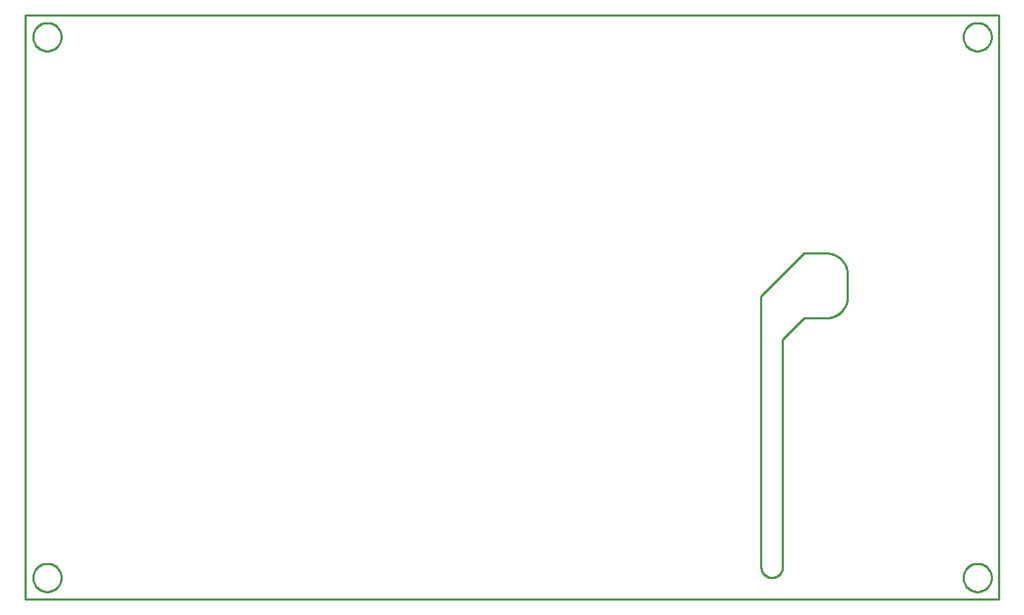
<source format=gko>
G04 EAGLE Gerber RS-274X export*
G75*
%MOMM*%
%FSLAX34Y34*%
%LPD*%
%IN*%
%IPPOS*%
%AMOC8*
5,1,8,0,0,1.08239X$1,22.5*%
G01*
%ADD10C,0.254000*%
%ADD11C,0.000000*%
%ADD12C,0.254000*%


D10*
X0Y0D02*
X0Y685800D01*
X1143000Y685800D01*
X1143000Y0D01*
X0Y0D01*
X889000Y38100D02*
X889000Y304800D01*
X914400Y330200D01*
X939800Y330200D01*
X965200Y355600D02*
X965200Y381000D01*
X939800Y406400D02*
X914400Y406400D01*
X863600Y355600D01*
X863600Y38100D01*
X863604Y37793D01*
X863615Y37486D01*
X863633Y37180D01*
X863659Y36874D01*
X863693Y36569D01*
X863733Y36265D01*
X863781Y35962D01*
X863837Y35660D01*
X863899Y35360D01*
X863969Y35061D01*
X864046Y34764D01*
X864130Y34468D01*
X864222Y34175D01*
X864320Y33885D01*
X864425Y33597D01*
X864538Y33311D01*
X864657Y33028D01*
X864783Y32748D01*
X864915Y32471D01*
X865055Y32198D01*
X865201Y31928D01*
X865353Y31662D01*
X865512Y31399D01*
X865677Y31140D01*
X865848Y30886D01*
X866025Y30635D01*
X866209Y30389D01*
X866398Y30147D01*
X866593Y29911D01*
X866794Y29678D01*
X867000Y29451D01*
X867212Y29229D01*
X867429Y29012D01*
X867651Y28800D01*
X867878Y28594D01*
X868111Y28393D01*
X868347Y28198D01*
X868589Y28009D01*
X868835Y27825D01*
X869086Y27648D01*
X869340Y27477D01*
X869599Y27312D01*
X869862Y27153D01*
X870128Y27001D01*
X870398Y26855D01*
X870671Y26715D01*
X870948Y26583D01*
X871228Y26457D01*
X871511Y26338D01*
X871797Y26225D01*
X872085Y26120D01*
X872375Y26022D01*
X872668Y25930D01*
X872964Y25846D01*
X873261Y25769D01*
X873560Y25699D01*
X873860Y25637D01*
X874162Y25581D01*
X874465Y25533D01*
X874769Y25493D01*
X875074Y25459D01*
X875380Y25433D01*
X875686Y25415D01*
X875993Y25404D01*
X876300Y25400D01*
X876607Y25404D01*
X876914Y25415D01*
X877220Y25433D01*
X877526Y25459D01*
X877831Y25493D01*
X878135Y25533D01*
X878438Y25581D01*
X878740Y25637D01*
X879040Y25699D01*
X879339Y25769D01*
X879636Y25846D01*
X879932Y25930D01*
X880225Y26022D01*
X880515Y26120D01*
X880803Y26225D01*
X881089Y26338D01*
X881372Y26457D01*
X881652Y26583D01*
X881929Y26715D01*
X882202Y26855D01*
X882472Y27001D01*
X882738Y27153D01*
X883001Y27312D01*
X883260Y27477D01*
X883514Y27648D01*
X883765Y27825D01*
X884011Y28009D01*
X884253Y28198D01*
X884489Y28393D01*
X884722Y28594D01*
X884949Y28800D01*
X885171Y29012D01*
X885388Y29229D01*
X885600Y29451D01*
X885806Y29678D01*
X886007Y29911D01*
X886202Y30147D01*
X886391Y30389D01*
X886575Y30635D01*
X886752Y30886D01*
X886923Y31140D01*
X887088Y31399D01*
X887247Y31662D01*
X887399Y31928D01*
X887545Y32198D01*
X887685Y32471D01*
X887817Y32748D01*
X887943Y33028D01*
X888062Y33311D01*
X888175Y33597D01*
X888280Y33885D01*
X888378Y34175D01*
X888470Y34468D01*
X888554Y34764D01*
X888631Y35061D01*
X888701Y35360D01*
X888763Y35660D01*
X888819Y35962D01*
X888867Y36265D01*
X888907Y36569D01*
X888941Y36874D01*
X888967Y37180D01*
X888985Y37486D01*
X888996Y37793D01*
X889000Y38100D01*
X965200Y381000D02*
X965193Y381614D01*
X965170Y382227D01*
X965133Y382840D01*
X965081Y383451D01*
X965015Y384062D01*
X964933Y384670D01*
X964837Y385276D01*
X964727Y385880D01*
X964602Y386481D01*
X964462Y387079D01*
X964308Y387673D01*
X964139Y388263D01*
X963957Y388849D01*
X963760Y389430D01*
X963549Y390007D01*
X963325Y390578D01*
X963087Y391144D01*
X962835Y391704D01*
X962569Y392257D01*
X962291Y392804D01*
X961999Y393344D01*
X961694Y393877D01*
X961376Y394402D01*
X961046Y394920D01*
X960704Y395429D01*
X960349Y395930D01*
X959982Y396422D01*
X959604Y396905D01*
X959214Y397379D01*
X958812Y397843D01*
X958400Y398298D01*
X957976Y398742D01*
X957542Y399176D01*
X957098Y399600D01*
X956643Y400012D01*
X956179Y400414D01*
X955705Y400804D01*
X955222Y401182D01*
X954730Y401549D01*
X954229Y401904D01*
X953720Y402246D01*
X953202Y402576D01*
X952677Y402894D01*
X952144Y403199D01*
X951604Y403491D01*
X951057Y403769D01*
X950504Y404035D01*
X949944Y404287D01*
X949378Y404525D01*
X948807Y404749D01*
X948230Y404960D01*
X947649Y405157D01*
X947063Y405339D01*
X946473Y405508D01*
X945879Y405662D01*
X945281Y405802D01*
X944680Y405927D01*
X944076Y406037D01*
X943470Y406133D01*
X942862Y406215D01*
X942251Y406281D01*
X941640Y406333D01*
X941027Y406370D01*
X940414Y406393D01*
X939800Y406400D01*
X965200Y355600D02*
X965193Y354986D01*
X965170Y354373D01*
X965133Y353760D01*
X965081Y353149D01*
X965015Y352538D01*
X964933Y351930D01*
X964837Y351324D01*
X964727Y350720D01*
X964602Y350119D01*
X964462Y349521D01*
X964308Y348927D01*
X964139Y348337D01*
X963957Y347751D01*
X963760Y347170D01*
X963549Y346593D01*
X963325Y346022D01*
X963087Y345456D01*
X962835Y344896D01*
X962569Y344343D01*
X962291Y343796D01*
X961999Y343256D01*
X961694Y342723D01*
X961376Y342198D01*
X961046Y341680D01*
X960704Y341171D01*
X960349Y340670D01*
X959982Y340178D01*
X959604Y339695D01*
X959214Y339221D01*
X958812Y338757D01*
X958400Y338302D01*
X957976Y337858D01*
X957542Y337424D01*
X957098Y337000D01*
X956643Y336588D01*
X956179Y336186D01*
X955705Y335796D01*
X955222Y335418D01*
X954730Y335051D01*
X954229Y334696D01*
X953720Y334354D01*
X953202Y334024D01*
X952677Y333706D01*
X952144Y333401D01*
X951604Y333109D01*
X951057Y332831D01*
X950504Y332565D01*
X949944Y332313D01*
X949378Y332075D01*
X948807Y331851D01*
X948230Y331640D01*
X947649Y331443D01*
X947063Y331261D01*
X946473Y331092D01*
X945879Y330938D01*
X945281Y330798D01*
X944680Y330673D01*
X944076Y330563D01*
X943470Y330467D01*
X942862Y330385D01*
X942251Y330319D01*
X941640Y330267D01*
X941027Y330230D01*
X940414Y330207D01*
X939800Y330200D01*
D11*
X8890Y660400D02*
X8895Y660805D01*
X8910Y661210D01*
X8935Y661615D01*
X8970Y662018D01*
X9014Y662421D01*
X9069Y662823D01*
X9133Y663223D01*
X9207Y663621D01*
X9291Y664017D01*
X9385Y664412D01*
X9488Y664803D01*
X9601Y665193D01*
X9723Y665579D01*
X9855Y665962D01*
X9996Y666342D01*
X10147Y666718D01*
X10306Y667091D01*
X10475Y667459D01*
X10653Y667823D01*
X10839Y668183D01*
X11035Y668538D01*
X11239Y668888D01*
X11451Y669233D01*
X11672Y669572D01*
X11902Y669907D01*
X12139Y670235D01*
X12384Y670557D01*
X12638Y670874D01*
X12898Y671184D01*
X13167Y671487D01*
X13443Y671784D01*
X13726Y672074D01*
X14016Y672357D01*
X14313Y672633D01*
X14616Y672902D01*
X14926Y673162D01*
X15243Y673416D01*
X15565Y673661D01*
X15893Y673898D01*
X16228Y674128D01*
X16567Y674349D01*
X16912Y674561D01*
X17262Y674765D01*
X17617Y674961D01*
X17977Y675147D01*
X18341Y675325D01*
X18709Y675494D01*
X19082Y675653D01*
X19458Y675804D01*
X19838Y675945D01*
X20221Y676077D01*
X20607Y676199D01*
X20997Y676312D01*
X21388Y676415D01*
X21783Y676509D01*
X22179Y676593D01*
X22577Y676667D01*
X22977Y676731D01*
X23379Y676786D01*
X23782Y676830D01*
X24185Y676865D01*
X24590Y676890D01*
X24995Y676905D01*
X25400Y676910D01*
X25805Y676905D01*
X26210Y676890D01*
X26615Y676865D01*
X27018Y676830D01*
X27421Y676786D01*
X27823Y676731D01*
X28223Y676667D01*
X28621Y676593D01*
X29017Y676509D01*
X29412Y676415D01*
X29803Y676312D01*
X30193Y676199D01*
X30579Y676077D01*
X30962Y675945D01*
X31342Y675804D01*
X31718Y675653D01*
X32091Y675494D01*
X32459Y675325D01*
X32823Y675147D01*
X33183Y674961D01*
X33538Y674765D01*
X33888Y674561D01*
X34233Y674349D01*
X34572Y674128D01*
X34907Y673898D01*
X35235Y673661D01*
X35557Y673416D01*
X35874Y673162D01*
X36184Y672902D01*
X36487Y672633D01*
X36784Y672357D01*
X37074Y672074D01*
X37357Y671784D01*
X37633Y671487D01*
X37902Y671184D01*
X38162Y670874D01*
X38416Y670557D01*
X38661Y670235D01*
X38898Y669907D01*
X39128Y669572D01*
X39349Y669233D01*
X39561Y668888D01*
X39765Y668538D01*
X39961Y668183D01*
X40147Y667823D01*
X40325Y667459D01*
X40494Y667091D01*
X40653Y666718D01*
X40804Y666342D01*
X40945Y665962D01*
X41077Y665579D01*
X41199Y665193D01*
X41312Y664803D01*
X41415Y664412D01*
X41509Y664017D01*
X41593Y663621D01*
X41667Y663223D01*
X41731Y662823D01*
X41786Y662421D01*
X41830Y662018D01*
X41865Y661615D01*
X41890Y661210D01*
X41905Y660805D01*
X41910Y660400D01*
X41905Y659995D01*
X41890Y659590D01*
X41865Y659185D01*
X41830Y658782D01*
X41786Y658379D01*
X41731Y657977D01*
X41667Y657577D01*
X41593Y657179D01*
X41509Y656783D01*
X41415Y656388D01*
X41312Y655997D01*
X41199Y655607D01*
X41077Y655221D01*
X40945Y654838D01*
X40804Y654458D01*
X40653Y654082D01*
X40494Y653709D01*
X40325Y653341D01*
X40147Y652977D01*
X39961Y652617D01*
X39765Y652262D01*
X39561Y651912D01*
X39349Y651567D01*
X39128Y651228D01*
X38898Y650893D01*
X38661Y650565D01*
X38416Y650243D01*
X38162Y649926D01*
X37902Y649616D01*
X37633Y649313D01*
X37357Y649016D01*
X37074Y648726D01*
X36784Y648443D01*
X36487Y648167D01*
X36184Y647898D01*
X35874Y647638D01*
X35557Y647384D01*
X35235Y647139D01*
X34907Y646902D01*
X34572Y646672D01*
X34233Y646451D01*
X33888Y646239D01*
X33538Y646035D01*
X33183Y645839D01*
X32823Y645653D01*
X32459Y645475D01*
X32091Y645306D01*
X31718Y645147D01*
X31342Y644996D01*
X30962Y644855D01*
X30579Y644723D01*
X30193Y644601D01*
X29803Y644488D01*
X29412Y644385D01*
X29017Y644291D01*
X28621Y644207D01*
X28223Y644133D01*
X27823Y644069D01*
X27421Y644014D01*
X27018Y643970D01*
X26615Y643935D01*
X26210Y643910D01*
X25805Y643895D01*
X25400Y643890D01*
X24995Y643895D01*
X24590Y643910D01*
X24185Y643935D01*
X23782Y643970D01*
X23379Y644014D01*
X22977Y644069D01*
X22577Y644133D01*
X22179Y644207D01*
X21783Y644291D01*
X21388Y644385D01*
X20997Y644488D01*
X20607Y644601D01*
X20221Y644723D01*
X19838Y644855D01*
X19458Y644996D01*
X19082Y645147D01*
X18709Y645306D01*
X18341Y645475D01*
X17977Y645653D01*
X17617Y645839D01*
X17262Y646035D01*
X16912Y646239D01*
X16567Y646451D01*
X16228Y646672D01*
X15893Y646902D01*
X15565Y647139D01*
X15243Y647384D01*
X14926Y647638D01*
X14616Y647898D01*
X14313Y648167D01*
X14016Y648443D01*
X13726Y648726D01*
X13443Y649016D01*
X13167Y649313D01*
X12898Y649616D01*
X12638Y649926D01*
X12384Y650243D01*
X12139Y650565D01*
X11902Y650893D01*
X11672Y651228D01*
X11451Y651567D01*
X11239Y651912D01*
X11035Y652262D01*
X10839Y652617D01*
X10653Y652977D01*
X10475Y653341D01*
X10306Y653709D01*
X10147Y654082D01*
X9996Y654458D01*
X9855Y654838D01*
X9723Y655221D01*
X9601Y655607D01*
X9488Y655997D01*
X9385Y656388D01*
X9291Y656783D01*
X9207Y657179D01*
X9133Y657577D01*
X9069Y657977D01*
X9014Y658379D01*
X8970Y658782D01*
X8935Y659185D01*
X8910Y659590D01*
X8895Y659995D01*
X8890Y660400D01*
X8890Y25400D02*
X8895Y25805D01*
X8910Y26210D01*
X8935Y26615D01*
X8970Y27018D01*
X9014Y27421D01*
X9069Y27823D01*
X9133Y28223D01*
X9207Y28621D01*
X9291Y29017D01*
X9385Y29412D01*
X9488Y29803D01*
X9601Y30193D01*
X9723Y30579D01*
X9855Y30962D01*
X9996Y31342D01*
X10147Y31718D01*
X10306Y32091D01*
X10475Y32459D01*
X10653Y32823D01*
X10839Y33183D01*
X11035Y33538D01*
X11239Y33888D01*
X11451Y34233D01*
X11672Y34572D01*
X11902Y34907D01*
X12139Y35235D01*
X12384Y35557D01*
X12638Y35874D01*
X12898Y36184D01*
X13167Y36487D01*
X13443Y36784D01*
X13726Y37074D01*
X14016Y37357D01*
X14313Y37633D01*
X14616Y37902D01*
X14926Y38162D01*
X15243Y38416D01*
X15565Y38661D01*
X15893Y38898D01*
X16228Y39128D01*
X16567Y39349D01*
X16912Y39561D01*
X17262Y39765D01*
X17617Y39961D01*
X17977Y40147D01*
X18341Y40325D01*
X18709Y40494D01*
X19082Y40653D01*
X19458Y40804D01*
X19838Y40945D01*
X20221Y41077D01*
X20607Y41199D01*
X20997Y41312D01*
X21388Y41415D01*
X21783Y41509D01*
X22179Y41593D01*
X22577Y41667D01*
X22977Y41731D01*
X23379Y41786D01*
X23782Y41830D01*
X24185Y41865D01*
X24590Y41890D01*
X24995Y41905D01*
X25400Y41910D01*
X25805Y41905D01*
X26210Y41890D01*
X26615Y41865D01*
X27018Y41830D01*
X27421Y41786D01*
X27823Y41731D01*
X28223Y41667D01*
X28621Y41593D01*
X29017Y41509D01*
X29412Y41415D01*
X29803Y41312D01*
X30193Y41199D01*
X30579Y41077D01*
X30962Y40945D01*
X31342Y40804D01*
X31718Y40653D01*
X32091Y40494D01*
X32459Y40325D01*
X32823Y40147D01*
X33183Y39961D01*
X33538Y39765D01*
X33888Y39561D01*
X34233Y39349D01*
X34572Y39128D01*
X34907Y38898D01*
X35235Y38661D01*
X35557Y38416D01*
X35874Y38162D01*
X36184Y37902D01*
X36487Y37633D01*
X36784Y37357D01*
X37074Y37074D01*
X37357Y36784D01*
X37633Y36487D01*
X37902Y36184D01*
X38162Y35874D01*
X38416Y35557D01*
X38661Y35235D01*
X38898Y34907D01*
X39128Y34572D01*
X39349Y34233D01*
X39561Y33888D01*
X39765Y33538D01*
X39961Y33183D01*
X40147Y32823D01*
X40325Y32459D01*
X40494Y32091D01*
X40653Y31718D01*
X40804Y31342D01*
X40945Y30962D01*
X41077Y30579D01*
X41199Y30193D01*
X41312Y29803D01*
X41415Y29412D01*
X41509Y29017D01*
X41593Y28621D01*
X41667Y28223D01*
X41731Y27823D01*
X41786Y27421D01*
X41830Y27018D01*
X41865Y26615D01*
X41890Y26210D01*
X41905Y25805D01*
X41910Y25400D01*
X41905Y24995D01*
X41890Y24590D01*
X41865Y24185D01*
X41830Y23782D01*
X41786Y23379D01*
X41731Y22977D01*
X41667Y22577D01*
X41593Y22179D01*
X41509Y21783D01*
X41415Y21388D01*
X41312Y20997D01*
X41199Y20607D01*
X41077Y20221D01*
X40945Y19838D01*
X40804Y19458D01*
X40653Y19082D01*
X40494Y18709D01*
X40325Y18341D01*
X40147Y17977D01*
X39961Y17617D01*
X39765Y17262D01*
X39561Y16912D01*
X39349Y16567D01*
X39128Y16228D01*
X38898Y15893D01*
X38661Y15565D01*
X38416Y15243D01*
X38162Y14926D01*
X37902Y14616D01*
X37633Y14313D01*
X37357Y14016D01*
X37074Y13726D01*
X36784Y13443D01*
X36487Y13167D01*
X36184Y12898D01*
X35874Y12638D01*
X35557Y12384D01*
X35235Y12139D01*
X34907Y11902D01*
X34572Y11672D01*
X34233Y11451D01*
X33888Y11239D01*
X33538Y11035D01*
X33183Y10839D01*
X32823Y10653D01*
X32459Y10475D01*
X32091Y10306D01*
X31718Y10147D01*
X31342Y9996D01*
X30962Y9855D01*
X30579Y9723D01*
X30193Y9601D01*
X29803Y9488D01*
X29412Y9385D01*
X29017Y9291D01*
X28621Y9207D01*
X28223Y9133D01*
X27823Y9069D01*
X27421Y9014D01*
X27018Y8970D01*
X26615Y8935D01*
X26210Y8910D01*
X25805Y8895D01*
X25400Y8890D01*
X24995Y8895D01*
X24590Y8910D01*
X24185Y8935D01*
X23782Y8970D01*
X23379Y9014D01*
X22977Y9069D01*
X22577Y9133D01*
X22179Y9207D01*
X21783Y9291D01*
X21388Y9385D01*
X20997Y9488D01*
X20607Y9601D01*
X20221Y9723D01*
X19838Y9855D01*
X19458Y9996D01*
X19082Y10147D01*
X18709Y10306D01*
X18341Y10475D01*
X17977Y10653D01*
X17617Y10839D01*
X17262Y11035D01*
X16912Y11239D01*
X16567Y11451D01*
X16228Y11672D01*
X15893Y11902D01*
X15565Y12139D01*
X15243Y12384D01*
X14926Y12638D01*
X14616Y12898D01*
X14313Y13167D01*
X14016Y13443D01*
X13726Y13726D01*
X13443Y14016D01*
X13167Y14313D01*
X12898Y14616D01*
X12638Y14926D01*
X12384Y15243D01*
X12139Y15565D01*
X11902Y15893D01*
X11672Y16228D01*
X11451Y16567D01*
X11239Y16912D01*
X11035Y17262D01*
X10839Y17617D01*
X10653Y17977D01*
X10475Y18341D01*
X10306Y18709D01*
X10147Y19082D01*
X9996Y19458D01*
X9855Y19838D01*
X9723Y20221D01*
X9601Y20607D01*
X9488Y20997D01*
X9385Y21388D01*
X9291Y21783D01*
X9207Y22179D01*
X9133Y22577D01*
X9069Y22977D01*
X9014Y23379D01*
X8970Y23782D01*
X8935Y24185D01*
X8910Y24590D01*
X8895Y24995D01*
X8890Y25400D01*
X1101090Y25400D02*
X1101095Y25805D01*
X1101110Y26210D01*
X1101135Y26615D01*
X1101170Y27018D01*
X1101214Y27421D01*
X1101269Y27823D01*
X1101333Y28223D01*
X1101407Y28621D01*
X1101491Y29017D01*
X1101585Y29412D01*
X1101688Y29803D01*
X1101801Y30193D01*
X1101923Y30579D01*
X1102055Y30962D01*
X1102196Y31342D01*
X1102347Y31718D01*
X1102506Y32091D01*
X1102675Y32459D01*
X1102853Y32823D01*
X1103039Y33183D01*
X1103235Y33538D01*
X1103439Y33888D01*
X1103651Y34233D01*
X1103872Y34572D01*
X1104102Y34907D01*
X1104339Y35235D01*
X1104584Y35557D01*
X1104838Y35874D01*
X1105098Y36184D01*
X1105367Y36487D01*
X1105643Y36784D01*
X1105926Y37074D01*
X1106216Y37357D01*
X1106513Y37633D01*
X1106816Y37902D01*
X1107126Y38162D01*
X1107443Y38416D01*
X1107765Y38661D01*
X1108093Y38898D01*
X1108428Y39128D01*
X1108767Y39349D01*
X1109112Y39561D01*
X1109462Y39765D01*
X1109817Y39961D01*
X1110177Y40147D01*
X1110541Y40325D01*
X1110909Y40494D01*
X1111282Y40653D01*
X1111658Y40804D01*
X1112038Y40945D01*
X1112421Y41077D01*
X1112807Y41199D01*
X1113197Y41312D01*
X1113588Y41415D01*
X1113983Y41509D01*
X1114379Y41593D01*
X1114777Y41667D01*
X1115177Y41731D01*
X1115579Y41786D01*
X1115982Y41830D01*
X1116385Y41865D01*
X1116790Y41890D01*
X1117195Y41905D01*
X1117600Y41910D01*
X1118005Y41905D01*
X1118410Y41890D01*
X1118815Y41865D01*
X1119218Y41830D01*
X1119621Y41786D01*
X1120023Y41731D01*
X1120423Y41667D01*
X1120821Y41593D01*
X1121217Y41509D01*
X1121612Y41415D01*
X1122003Y41312D01*
X1122393Y41199D01*
X1122779Y41077D01*
X1123162Y40945D01*
X1123542Y40804D01*
X1123918Y40653D01*
X1124291Y40494D01*
X1124659Y40325D01*
X1125023Y40147D01*
X1125383Y39961D01*
X1125738Y39765D01*
X1126088Y39561D01*
X1126433Y39349D01*
X1126772Y39128D01*
X1127107Y38898D01*
X1127435Y38661D01*
X1127757Y38416D01*
X1128074Y38162D01*
X1128384Y37902D01*
X1128687Y37633D01*
X1128984Y37357D01*
X1129274Y37074D01*
X1129557Y36784D01*
X1129833Y36487D01*
X1130102Y36184D01*
X1130362Y35874D01*
X1130616Y35557D01*
X1130861Y35235D01*
X1131098Y34907D01*
X1131328Y34572D01*
X1131549Y34233D01*
X1131761Y33888D01*
X1131965Y33538D01*
X1132161Y33183D01*
X1132347Y32823D01*
X1132525Y32459D01*
X1132694Y32091D01*
X1132853Y31718D01*
X1133004Y31342D01*
X1133145Y30962D01*
X1133277Y30579D01*
X1133399Y30193D01*
X1133512Y29803D01*
X1133615Y29412D01*
X1133709Y29017D01*
X1133793Y28621D01*
X1133867Y28223D01*
X1133931Y27823D01*
X1133986Y27421D01*
X1134030Y27018D01*
X1134065Y26615D01*
X1134090Y26210D01*
X1134105Y25805D01*
X1134110Y25400D01*
X1134105Y24995D01*
X1134090Y24590D01*
X1134065Y24185D01*
X1134030Y23782D01*
X1133986Y23379D01*
X1133931Y22977D01*
X1133867Y22577D01*
X1133793Y22179D01*
X1133709Y21783D01*
X1133615Y21388D01*
X1133512Y20997D01*
X1133399Y20607D01*
X1133277Y20221D01*
X1133145Y19838D01*
X1133004Y19458D01*
X1132853Y19082D01*
X1132694Y18709D01*
X1132525Y18341D01*
X1132347Y17977D01*
X1132161Y17617D01*
X1131965Y17262D01*
X1131761Y16912D01*
X1131549Y16567D01*
X1131328Y16228D01*
X1131098Y15893D01*
X1130861Y15565D01*
X1130616Y15243D01*
X1130362Y14926D01*
X1130102Y14616D01*
X1129833Y14313D01*
X1129557Y14016D01*
X1129274Y13726D01*
X1128984Y13443D01*
X1128687Y13167D01*
X1128384Y12898D01*
X1128074Y12638D01*
X1127757Y12384D01*
X1127435Y12139D01*
X1127107Y11902D01*
X1126772Y11672D01*
X1126433Y11451D01*
X1126088Y11239D01*
X1125738Y11035D01*
X1125383Y10839D01*
X1125023Y10653D01*
X1124659Y10475D01*
X1124291Y10306D01*
X1123918Y10147D01*
X1123542Y9996D01*
X1123162Y9855D01*
X1122779Y9723D01*
X1122393Y9601D01*
X1122003Y9488D01*
X1121612Y9385D01*
X1121217Y9291D01*
X1120821Y9207D01*
X1120423Y9133D01*
X1120023Y9069D01*
X1119621Y9014D01*
X1119218Y8970D01*
X1118815Y8935D01*
X1118410Y8910D01*
X1118005Y8895D01*
X1117600Y8890D01*
X1117195Y8895D01*
X1116790Y8910D01*
X1116385Y8935D01*
X1115982Y8970D01*
X1115579Y9014D01*
X1115177Y9069D01*
X1114777Y9133D01*
X1114379Y9207D01*
X1113983Y9291D01*
X1113588Y9385D01*
X1113197Y9488D01*
X1112807Y9601D01*
X1112421Y9723D01*
X1112038Y9855D01*
X1111658Y9996D01*
X1111282Y10147D01*
X1110909Y10306D01*
X1110541Y10475D01*
X1110177Y10653D01*
X1109817Y10839D01*
X1109462Y11035D01*
X1109112Y11239D01*
X1108767Y11451D01*
X1108428Y11672D01*
X1108093Y11902D01*
X1107765Y12139D01*
X1107443Y12384D01*
X1107126Y12638D01*
X1106816Y12898D01*
X1106513Y13167D01*
X1106216Y13443D01*
X1105926Y13726D01*
X1105643Y14016D01*
X1105367Y14313D01*
X1105098Y14616D01*
X1104838Y14926D01*
X1104584Y15243D01*
X1104339Y15565D01*
X1104102Y15893D01*
X1103872Y16228D01*
X1103651Y16567D01*
X1103439Y16912D01*
X1103235Y17262D01*
X1103039Y17617D01*
X1102853Y17977D01*
X1102675Y18341D01*
X1102506Y18709D01*
X1102347Y19082D01*
X1102196Y19458D01*
X1102055Y19838D01*
X1101923Y20221D01*
X1101801Y20607D01*
X1101688Y20997D01*
X1101585Y21388D01*
X1101491Y21783D01*
X1101407Y22179D01*
X1101333Y22577D01*
X1101269Y22977D01*
X1101214Y23379D01*
X1101170Y23782D01*
X1101135Y24185D01*
X1101110Y24590D01*
X1101095Y24995D01*
X1101090Y25400D01*
X1101090Y660400D02*
X1101095Y660805D01*
X1101110Y661210D01*
X1101135Y661615D01*
X1101170Y662018D01*
X1101214Y662421D01*
X1101269Y662823D01*
X1101333Y663223D01*
X1101407Y663621D01*
X1101491Y664017D01*
X1101585Y664412D01*
X1101688Y664803D01*
X1101801Y665193D01*
X1101923Y665579D01*
X1102055Y665962D01*
X1102196Y666342D01*
X1102347Y666718D01*
X1102506Y667091D01*
X1102675Y667459D01*
X1102853Y667823D01*
X1103039Y668183D01*
X1103235Y668538D01*
X1103439Y668888D01*
X1103651Y669233D01*
X1103872Y669572D01*
X1104102Y669907D01*
X1104339Y670235D01*
X1104584Y670557D01*
X1104838Y670874D01*
X1105098Y671184D01*
X1105367Y671487D01*
X1105643Y671784D01*
X1105926Y672074D01*
X1106216Y672357D01*
X1106513Y672633D01*
X1106816Y672902D01*
X1107126Y673162D01*
X1107443Y673416D01*
X1107765Y673661D01*
X1108093Y673898D01*
X1108428Y674128D01*
X1108767Y674349D01*
X1109112Y674561D01*
X1109462Y674765D01*
X1109817Y674961D01*
X1110177Y675147D01*
X1110541Y675325D01*
X1110909Y675494D01*
X1111282Y675653D01*
X1111658Y675804D01*
X1112038Y675945D01*
X1112421Y676077D01*
X1112807Y676199D01*
X1113197Y676312D01*
X1113588Y676415D01*
X1113983Y676509D01*
X1114379Y676593D01*
X1114777Y676667D01*
X1115177Y676731D01*
X1115579Y676786D01*
X1115982Y676830D01*
X1116385Y676865D01*
X1116790Y676890D01*
X1117195Y676905D01*
X1117600Y676910D01*
X1118005Y676905D01*
X1118410Y676890D01*
X1118815Y676865D01*
X1119218Y676830D01*
X1119621Y676786D01*
X1120023Y676731D01*
X1120423Y676667D01*
X1120821Y676593D01*
X1121217Y676509D01*
X1121612Y676415D01*
X1122003Y676312D01*
X1122393Y676199D01*
X1122779Y676077D01*
X1123162Y675945D01*
X1123542Y675804D01*
X1123918Y675653D01*
X1124291Y675494D01*
X1124659Y675325D01*
X1125023Y675147D01*
X1125383Y674961D01*
X1125738Y674765D01*
X1126088Y674561D01*
X1126433Y674349D01*
X1126772Y674128D01*
X1127107Y673898D01*
X1127435Y673661D01*
X1127757Y673416D01*
X1128074Y673162D01*
X1128384Y672902D01*
X1128687Y672633D01*
X1128984Y672357D01*
X1129274Y672074D01*
X1129557Y671784D01*
X1129833Y671487D01*
X1130102Y671184D01*
X1130362Y670874D01*
X1130616Y670557D01*
X1130861Y670235D01*
X1131098Y669907D01*
X1131328Y669572D01*
X1131549Y669233D01*
X1131761Y668888D01*
X1131965Y668538D01*
X1132161Y668183D01*
X1132347Y667823D01*
X1132525Y667459D01*
X1132694Y667091D01*
X1132853Y666718D01*
X1133004Y666342D01*
X1133145Y665962D01*
X1133277Y665579D01*
X1133399Y665193D01*
X1133512Y664803D01*
X1133615Y664412D01*
X1133709Y664017D01*
X1133793Y663621D01*
X1133867Y663223D01*
X1133931Y662823D01*
X1133986Y662421D01*
X1134030Y662018D01*
X1134065Y661615D01*
X1134090Y661210D01*
X1134105Y660805D01*
X1134110Y660400D01*
X1134105Y659995D01*
X1134090Y659590D01*
X1134065Y659185D01*
X1134030Y658782D01*
X1133986Y658379D01*
X1133931Y657977D01*
X1133867Y657577D01*
X1133793Y657179D01*
X1133709Y656783D01*
X1133615Y656388D01*
X1133512Y655997D01*
X1133399Y655607D01*
X1133277Y655221D01*
X1133145Y654838D01*
X1133004Y654458D01*
X1132853Y654082D01*
X1132694Y653709D01*
X1132525Y653341D01*
X1132347Y652977D01*
X1132161Y652617D01*
X1131965Y652262D01*
X1131761Y651912D01*
X1131549Y651567D01*
X1131328Y651228D01*
X1131098Y650893D01*
X1130861Y650565D01*
X1130616Y650243D01*
X1130362Y649926D01*
X1130102Y649616D01*
X1129833Y649313D01*
X1129557Y649016D01*
X1129274Y648726D01*
X1128984Y648443D01*
X1128687Y648167D01*
X1128384Y647898D01*
X1128074Y647638D01*
X1127757Y647384D01*
X1127435Y647139D01*
X1127107Y646902D01*
X1126772Y646672D01*
X1126433Y646451D01*
X1126088Y646239D01*
X1125738Y646035D01*
X1125383Y645839D01*
X1125023Y645653D01*
X1124659Y645475D01*
X1124291Y645306D01*
X1123918Y645147D01*
X1123542Y644996D01*
X1123162Y644855D01*
X1122779Y644723D01*
X1122393Y644601D01*
X1122003Y644488D01*
X1121612Y644385D01*
X1121217Y644291D01*
X1120821Y644207D01*
X1120423Y644133D01*
X1120023Y644069D01*
X1119621Y644014D01*
X1119218Y643970D01*
X1118815Y643935D01*
X1118410Y643910D01*
X1118005Y643895D01*
X1117600Y643890D01*
X1117195Y643895D01*
X1116790Y643910D01*
X1116385Y643935D01*
X1115982Y643970D01*
X1115579Y644014D01*
X1115177Y644069D01*
X1114777Y644133D01*
X1114379Y644207D01*
X1113983Y644291D01*
X1113588Y644385D01*
X1113197Y644488D01*
X1112807Y644601D01*
X1112421Y644723D01*
X1112038Y644855D01*
X1111658Y644996D01*
X1111282Y645147D01*
X1110909Y645306D01*
X1110541Y645475D01*
X1110177Y645653D01*
X1109817Y645839D01*
X1109462Y646035D01*
X1109112Y646239D01*
X1108767Y646451D01*
X1108428Y646672D01*
X1108093Y646902D01*
X1107765Y647139D01*
X1107443Y647384D01*
X1107126Y647638D01*
X1106816Y647898D01*
X1106513Y648167D01*
X1106216Y648443D01*
X1105926Y648726D01*
X1105643Y649016D01*
X1105367Y649313D01*
X1105098Y649616D01*
X1104838Y649926D01*
X1104584Y650243D01*
X1104339Y650565D01*
X1104102Y650893D01*
X1103872Y651228D01*
X1103651Y651567D01*
X1103439Y651912D01*
X1103235Y652262D01*
X1103039Y652617D01*
X1102853Y652977D01*
X1102675Y653341D01*
X1102506Y653709D01*
X1102347Y654082D01*
X1102196Y654458D01*
X1102055Y654838D01*
X1101923Y655221D01*
X1101801Y655607D01*
X1101688Y655997D01*
X1101585Y656388D01*
X1101491Y656783D01*
X1101407Y657179D01*
X1101333Y657577D01*
X1101269Y657977D01*
X1101214Y658379D01*
X1101170Y658782D01*
X1101135Y659185D01*
X1101110Y659590D01*
X1101095Y659995D01*
X1101090Y660400D01*
D12*
X0Y0D02*
X1143000Y0D01*
X1143000Y685800D01*
X0Y685800D01*
X0Y0D01*
X863600Y38100D02*
X863648Y36993D01*
X863793Y35895D01*
X864033Y34813D01*
X864366Y33756D01*
X864790Y32733D01*
X865301Y31750D01*
X865897Y30816D01*
X866571Y29937D01*
X867320Y29120D01*
X868137Y28371D01*
X869016Y27697D01*
X869950Y27101D01*
X870933Y26590D01*
X871956Y26166D01*
X873013Y25833D01*
X874095Y25593D01*
X875193Y25448D01*
X876300Y25400D01*
X877407Y25448D01*
X878505Y25593D01*
X879587Y25833D01*
X880644Y26166D01*
X881667Y26590D01*
X882650Y27101D01*
X883584Y27697D01*
X884463Y28371D01*
X885280Y29120D01*
X886029Y29937D01*
X886703Y30816D01*
X887299Y31750D01*
X887810Y32733D01*
X888234Y33756D01*
X888567Y34813D01*
X888807Y35895D01*
X888952Y36993D01*
X889000Y38100D01*
X889000Y304800D01*
X914400Y330200D01*
X939800Y330200D01*
X942014Y330297D01*
X944211Y330586D01*
X946374Y331065D01*
X948487Y331732D01*
X950535Y332580D01*
X952500Y333603D01*
X954369Y334794D01*
X956127Y336142D01*
X957761Y337640D01*
X959258Y339273D01*
X960606Y341031D01*
X961797Y342900D01*
X962820Y344866D01*
X963668Y346913D01*
X964335Y349026D01*
X964814Y351189D01*
X965103Y353386D01*
X965200Y355600D01*
X965200Y381000D01*
X965103Y383214D01*
X964814Y385411D01*
X964335Y387574D01*
X963668Y389687D01*
X962820Y391735D01*
X961797Y393700D01*
X960606Y395569D01*
X959258Y397327D01*
X957761Y398961D01*
X956127Y400458D01*
X954369Y401806D01*
X952500Y402997D01*
X950535Y404020D01*
X948487Y404868D01*
X946374Y405535D01*
X944211Y406014D01*
X942014Y406303D01*
X939800Y406400D01*
X914400Y406400D01*
X863600Y355600D01*
X863600Y38100D01*
X41910Y659860D02*
X41839Y658781D01*
X41698Y657709D01*
X41487Y656649D01*
X41208Y655605D01*
X40860Y654581D01*
X40446Y653583D01*
X39968Y652613D01*
X39428Y651677D01*
X38827Y650778D01*
X38169Y649921D01*
X37457Y649108D01*
X36692Y648344D01*
X35879Y647631D01*
X35022Y646973D01*
X34123Y646372D01*
X33187Y645832D01*
X32217Y645354D01*
X31219Y644940D01*
X30195Y644592D01*
X29151Y644313D01*
X28091Y644102D01*
X27019Y643961D01*
X25940Y643890D01*
X24860Y643890D01*
X23781Y643961D01*
X22709Y644102D01*
X21649Y644313D01*
X20605Y644592D01*
X19581Y644940D01*
X18583Y645354D01*
X17613Y645832D01*
X16677Y646372D01*
X15778Y646973D01*
X14921Y647631D01*
X14108Y648344D01*
X13344Y649108D01*
X12631Y649921D01*
X11973Y650778D01*
X11372Y651677D01*
X10832Y652613D01*
X10354Y653583D01*
X9940Y654581D01*
X9592Y655605D01*
X9313Y656649D01*
X9102Y657709D01*
X8961Y658781D01*
X8890Y659860D01*
X8890Y660940D01*
X8961Y662019D01*
X9102Y663091D01*
X9313Y664151D01*
X9592Y665195D01*
X9940Y666219D01*
X10354Y667217D01*
X10832Y668187D01*
X11372Y669123D01*
X11973Y670022D01*
X12631Y670879D01*
X13344Y671692D01*
X14108Y672457D01*
X14921Y673169D01*
X15778Y673827D01*
X16677Y674428D01*
X17613Y674968D01*
X18583Y675446D01*
X19581Y675860D01*
X20605Y676208D01*
X21649Y676487D01*
X22709Y676698D01*
X23781Y676839D01*
X24860Y676910D01*
X25940Y676910D01*
X27019Y676839D01*
X28091Y676698D01*
X29151Y676487D01*
X30195Y676208D01*
X31219Y675860D01*
X32217Y675446D01*
X33187Y674968D01*
X34123Y674428D01*
X35022Y673827D01*
X35879Y673169D01*
X36692Y672457D01*
X37457Y671692D01*
X38169Y670879D01*
X38827Y670022D01*
X39428Y669123D01*
X39968Y668187D01*
X40446Y667217D01*
X40860Y666219D01*
X41208Y665195D01*
X41487Y664151D01*
X41698Y663091D01*
X41839Y662019D01*
X41910Y660940D01*
X41910Y659860D01*
X41910Y24860D02*
X41839Y23781D01*
X41698Y22709D01*
X41487Y21649D01*
X41208Y20605D01*
X40860Y19581D01*
X40446Y18583D01*
X39968Y17613D01*
X39428Y16677D01*
X38827Y15778D01*
X38169Y14921D01*
X37457Y14108D01*
X36692Y13344D01*
X35879Y12631D01*
X35022Y11973D01*
X34123Y11372D01*
X33187Y10832D01*
X32217Y10354D01*
X31219Y9940D01*
X30195Y9592D01*
X29151Y9313D01*
X28091Y9102D01*
X27019Y8961D01*
X25940Y8890D01*
X24860Y8890D01*
X23781Y8961D01*
X22709Y9102D01*
X21649Y9313D01*
X20605Y9592D01*
X19581Y9940D01*
X18583Y10354D01*
X17613Y10832D01*
X16677Y11372D01*
X15778Y11973D01*
X14921Y12631D01*
X14108Y13344D01*
X13344Y14108D01*
X12631Y14921D01*
X11973Y15778D01*
X11372Y16677D01*
X10832Y17613D01*
X10354Y18583D01*
X9940Y19581D01*
X9592Y20605D01*
X9313Y21649D01*
X9102Y22709D01*
X8961Y23781D01*
X8890Y24860D01*
X8890Y25940D01*
X8961Y27019D01*
X9102Y28091D01*
X9313Y29151D01*
X9592Y30195D01*
X9940Y31219D01*
X10354Y32217D01*
X10832Y33187D01*
X11372Y34123D01*
X11973Y35022D01*
X12631Y35879D01*
X13344Y36692D01*
X14108Y37457D01*
X14921Y38169D01*
X15778Y38827D01*
X16677Y39428D01*
X17613Y39968D01*
X18583Y40446D01*
X19581Y40860D01*
X20605Y41208D01*
X21649Y41487D01*
X22709Y41698D01*
X23781Y41839D01*
X24860Y41910D01*
X25940Y41910D01*
X27019Y41839D01*
X28091Y41698D01*
X29151Y41487D01*
X30195Y41208D01*
X31219Y40860D01*
X32217Y40446D01*
X33187Y39968D01*
X34123Y39428D01*
X35022Y38827D01*
X35879Y38169D01*
X36692Y37457D01*
X37457Y36692D01*
X38169Y35879D01*
X38827Y35022D01*
X39428Y34123D01*
X39968Y33187D01*
X40446Y32217D01*
X40860Y31219D01*
X41208Y30195D01*
X41487Y29151D01*
X41698Y28091D01*
X41839Y27019D01*
X41910Y25940D01*
X41910Y24860D01*
X1134110Y24860D02*
X1134039Y23781D01*
X1133898Y22709D01*
X1133687Y21649D01*
X1133408Y20605D01*
X1133060Y19581D01*
X1132646Y18583D01*
X1132168Y17613D01*
X1131628Y16677D01*
X1131027Y15778D01*
X1130369Y14921D01*
X1129657Y14108D01*
X1128892Y13344D01*
X1128079Y12631D01*
X1127222Y11973D01*
X1126323Y11372D01*
X1125387Y10832D01*
X1124417Y10354D01*
X1123419Y9940D01*
X1122395Y9592D01*
X1121351Y9313D01*
X1120291Y9102D01*
X1119219Y8961D01*
X1118140Y8890D01*
X1117060Y8890D01*
X1115981Y8961D01*
X1114909Y9102D01*
X1113849Y9313D01*
X1112805Y9592D01*
X1111781Y9940D01*
X1110783Y10354D01*
X1109813Y10832D01*
X1108877Y11372D01*
X1107978Y11973D01*
X1107121Y12631D01*
X1106308Y13344D01*
X1105544Y14108D01*
X1104831Y14921D01*
X1104173Y15778D01*
X1103572Y16677D01*
X1103032Y17613D01*
X1102554Y18583D01*
X1102140Y19581D01*
X1101792Y20605D01*
X1101513Y21649D01*
X1101302Y22709D01*
X1101161Y23781D01*
X1101090Y24860D01*
X1101090Y25940D01*
X1101161Y27019D01*
X1101302Y28091D01*
X1101513Y29151D01*
X1101792Y30195D01*
X1102140Y31219D01*
X1102554Y32217D01*
X1103032Y33187D01*
X1103572Y34123D01*
X1104173Y35022D01*
X1104831Y35879D01*
X1105544Y36692D01*
X1106308Y37457D01*
X1107121Y38169D01*
X1107978Y38827D01*
X1108877Y39428D01*
X1109813Y39968D01*
X1110783Y40446D01*
X1111781Y40860D01*
X1112805Y41208D01*
X1113849Y41487D01*
X1114909Y41698D01*
X1115981Y41839D01*
X1117060Y41910D01*
X1118140Y41910D01*
X1119219Y41839D01*
X1120291Y41698D01*
X1121351Y41487D01*
X1122395Y41208D01*
X1123419Y40860D01*
X1124417Y40446D01*
X1125387Y39968D01*
X1126323Y39428D01*
X1127222Y38827D01*
X1128079Y38169D01*
X1128892Y37457D01*
X1129657Y36692D01*
X1130369Y35879D01*
X1131027Y35022D01*
X1131628Y34123D01*
X1132168Y33187D01*
X1132646Y32217D01*
X1133060Y31219D01*
X1133408Y30195D01*
X1133687Y29151D01*
X1133898Y28091D01*
X1134039Y27019D01*
X1134110Y25940D01*
X1134110Y24860D01*
X1134110Y659860D02*
X1134039Y658781D01*
X1133898Y657709D01*
X1133687Y656649D01*
X1133408Y655605D01*
X1133060Y654581D01*
X1132646Y653583D01*
X1132168Y652613D01*
X1131628Y651677D01*
X1131027Y650778D01*
X1130369Y649921D01*
X1129657Y649108D01*
X1128892Y648344D01*
X1128079Y647631D01*
X1127222Y646973D01*
X1126323Y646372D01*
X1125387Y645832D01*
X1124417Y645354D01*
X1123419Y644940D01*
X1122395Y644592D01*
X1121351Y644313D01*
X1120291Y644102D01*
X1119219Y643961D01*
X1118140Y643890D01*
X1117060Y643890D01*
X1115981Y643961D01*
X1114909Y644102D01*
X1113849Y644313D01*
X1112805Y644592D01*
X1111781Y644940D01*
X1110783Y645354D01*
X1109813Y645832D01*
X1108877Y646372D01*
X1107978Y646973D01*
X1107121Y647631D01*
X1106308Y648344D01*
X1105544Y649108D01*
X1104831Y649921D01*
X1104173Y650778D01*
X1103572Y651677D01*
X1103032Y652613D01*
X1102554Y653583D01*
X1102140Y654581D01*
X1101792Y655605D01*
X1101513Y656649D01*
X1101302Y657709D01*
X1101161Y658781D01*
X1101090Y659860D01*
X1101090Y660940D01*
X1101161Y662019D01*
X1101302Y663091D01*
X1101513Y664151D01*
X1101792Y665195D01*
X1102140Y666219D01*
X1102554Y667217D01*
X1103032Y668187D01*
X1103572Y669123D01*
X1104173Y670022D01*
X1104831Y670879D01*
X1105544Y671692D01*
X1106308Y672457D01*
X1107121Y673169D01*
X1107978Y673827D01*
X1108877Y674428D01*
X1109813Y674968D01*
X1110783Y675446D01*
X1111781Y675860D01*
X1112805Y676208D01*
X1113849Y676487D01*
X1114909Y676698D01*
X1115981Y676839D01*
X1117060Y676910D01*
X1118140Y676910D01*
X1119219Y676839D01*
X1120291Y676698D01*
X1121351Y676487D01*
X1122395Y676208D01*
X1123419Y675860D01*
X1124417Y675446D01*
X1125387Y674968D01*
X1126323Y674428D01*
X1127222Y673827D01*
X1128079Y673169D01*
X1128892Y672457D01*
X1129657Y671692D01*
X1130369Y670879D01*
X1131027Y670022D01*
X1131628Y669123D01*
X1132168Y668187D01*
X1132646Y667217D01*
X1133060Y666219D01*
X1133408Y665195D01*
X1133687Y664151D01*
X1133898Y663091D01*
X1134039Y662019D01*
X1134110Y660940D01*
X1134110Y659860D01*
M02*

</source>
